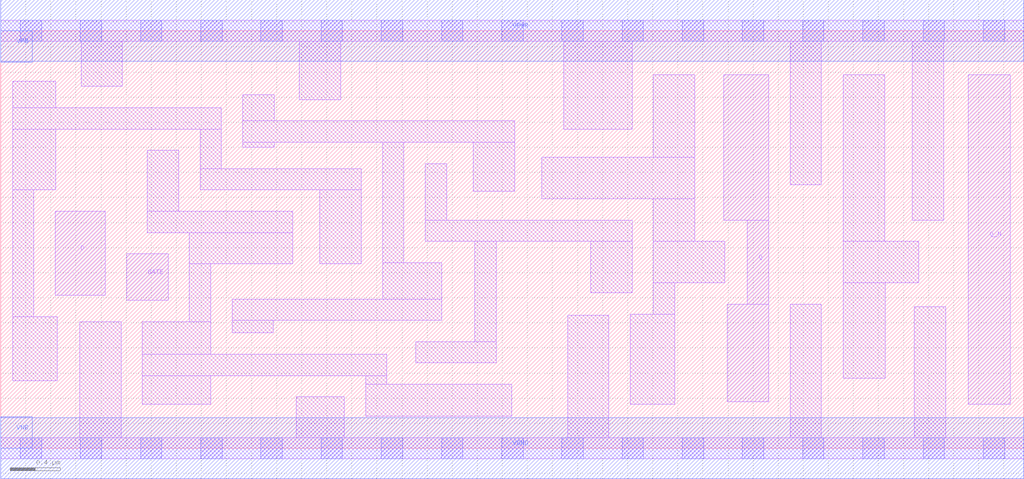
<source format=lef>
# Copyright 2020 The SkyWater PDK Authors
#
# Licensed under the Apache License, Version 2.0 (the "License");
# you may not use this file except in compliance with the License.
# You may obtain a copy of the License at
#
#     https://www.apache.org/licenses/LICENSE-2.0
#
# Unless required by applicable law or agreed to in writing, software
# distributed under the License is distributed on an "AS IS" BASIS,
# WITHOUT WARRANTIES OR CONDITIONS OF ANY KIND, either express or implied.
# See the License for the specific language governing permissions and
# limitations under the License.
#
# SPDX-License-Identifier: Apache-2.0

VERSION 5.5 ;
NAMESCASESENSITIVE ON ;
BUSBITCHARS "[]" ;
DIVIDERCHAR "/" ;
MACRO sky130_fd_sc_hs__dlxbp_1
  CLASS CORE ;
  SOURCE USER ;
  ORIGIN  0.000000  0.000000 ;
  SIZE  8.160000 BY  3.330000 ;
  SYMMETRY X Y ;
  SITE unit ;
  PIN D
    ANTENNAGATEAREA  0.208000 ;
    DIRECTION INPUT ;
    USE SIGNAL ;
    PORT
      LAYER li1 ;
        RECT 0.435000 1.220000 0.835000 1.890000 ;
    END
  END D
  PIN Q
    ANTENNADIFFAREA  0.537600 ;
    DIRECTION OUTPUT ;
    USE SIGNAL ;
    PORT
      LAYER li1 ;
        RECT 5.765000 1.820000 6.125000 2.980000 ;
        RECT 5.795000 0.370000 6.125000 1.150000 ;
        RECT 5.955000 1.150000 6.125000 1.820000 ;
    END
  END Q
  PIN Q_N
    ANTENNADIFFAREA  0.535700 ;
    DIRECTION OUTPUT ;
    USE SIGNAL ;
    PORT
      LAYER li1 ;
        RECT 7.715000 0.350000 8.050000 2.980000 ;
    END
  END Q_N
  PIN GATE
    ANTENNAGATEAREA  0.237000 ;
    DIRECTION INPUT ;
    USE CLOCK ;
    PORT
      LAYER li1 ;
        RECT 1.005000 1.180000 1.335000 1.550000 ;
    END
  END GATE
  PIN VGND
    DIRECTION INOUT ;
    USE GROUND ;
    PORT
      LAYER met1 ;
        RECT 0.000000 -0.245000 8.160000 0.245000 ;
    END
  END VGND
  PIN VNB
    DIRECTION INOUT ;
    USE GROUND ;
    PORT
    END
  END VNB
  PIN VPB
    DIRECTION INOUT ;
    USE POWER ;
    PORT
    END
  END VPB
  PIN VNB
    DIRECTION INOUT ;
    USE GROUND ;
    PORT
      LAYER met1 ;
        RECT 0.000000 0.000000 0.250000 0.250000 ;
    END
  END VNB
  PIN VPB
    DIRECTION INOUT ;
    USE POWER ;
    PORT
      LAYER met1 ;
        RECT 0.000000 3.080000 0.250000 3.330000 ;
    END
  END VPB
  PIN VPWR
    DIRECTION INOUT ;
    USE POWER ;
    PORT
      LAYER met1 ;
        RECT 0.000000 3.085000 8.160000 3.575000 ;
    END
  END VPWR
  OBS
    LAYER li1 ;
      RECT 0.000000 -0.085000 8.160000 0.085000 ;
      RECT 0.000000  3.245000 8.160000 3.415000 ;
      RECT 0.095000  0.540000 0.450000 1.050000 ;
      RECT 0.095000  1.050000 0.265000 2.060000 ;
      RECT 0.095000  2.060000 0.440000 2.545000 ;
      RECT 0.095000  2.545000 1.760000 2.715000 ;
      RECT 0.095000  2.715000 0.440000 2.925000 ;
      RECT 0.630000  0.085000 0.960000 1.010000 ;
      RECT 0.640000  2.885000 0.970000 3.245000 ;
      RECT 1.130000  0.350000 1.675000 0.580000 ;
      RECT 1.130000  0.580000 3.080000 0.750000 ;
      RECT 1.130000  0.750000 1.675000 1.010000 ;
      RECT 1.170000  1.720000 2.330000 1.890000 ;
      RECT 1.170000  1.890000 1.420000 2.375000 ;
      RECT 1.505000  1.010000 1.675000 1.470000 ;
      RECT 1.505000  1.470000 2.330000 1.720000 ;
      RECT 1.590000  2.060000 2.875000 2.230000 ;
      RECT 1.590000  2.230000 1.760000 2.545000 ;
      RECT 1.845000  0.920000 2.175000 1.020000 ;
      RECT 1.845000  1.020000 3.515000 1.190000 ;
      RECT 1.930000  2.400000 2.180000 2.440000 ;
      RECT 1.930000  2.440000 4.100000 2.610000 ;
      RECT 1.930000  2.610000 2.180000 2.820000 ;
      RECT 2.355000  0.085000 2.740000 0.410000 ;
      RECT 2.380000  2.780000 2.710000 3.245000 ;
      RECT 2.545000  1.470000 2.875000 2.060000 ;
      RECT 2.910000  0.255000 4.075000 0.510000 ;
      RECT 2.910000  0.510000 3.080000 0.580000 ;
      RECT 3.045000  1.190000 3.515000 1.480000 ;
      RECT 3.045000  1.480000 3.215000 2.440000 ;
      RECT 3.310000  0.680000 3.950000 0.850000 ;
      RECT 3.385000  1.650000 5.035000 1.820000 ;
      RECT 3.385000  1.820000 3.555000 2.270000 ;
      RECT 3.770000  2.050000 4.100000 2.440000 ;
      RECT 3.780000  0.850000 3.950000 1.650000 ;
      RECT 4.315000  1.990000 5.535000 2.320000 ;
      RECT 4.490000  2.545000 5.035000 3.245000 ;
      RECT 4.520000  0.085000 4.850000 1.060000 ;
      RECT 4.705000  1.240000 5.035000 1.650000 ;
      RECT 5.020000  0.350000 5.375000 1.070000 ;
      RECT 5.205000  1.070000 5.375000 1.320000 ;
      RECT 5.205000  1.320000 5.775000 1.650000 ;
      RECT 5.205000  1.650000 5.535000 1.990000 ;
      RECT 5.205000  2.320000 5.535000 2.980000 ;
      RECT 6.295000  0.085000 6.545000 1.150000 ;
      RECT 6.295000  2.100000 6.545000 3.245000 ;
      RECT 6.720000  0.560000 7.055000 1.320000 ;
      RECT 6.720000  1.320000 7.320000 1.650000 ;
      RECT 6.720000  1.650000 7.050000 2.980000 ;
      RECT 7.270000  1.820000 7.520000 3.245000 ;
      RECT 7.285000  0.085000 7.535000 1.130000 ;
    LAYER mcon ;
      RECT 0.155000 -0.085000 0.325000 0.085000 ;
      RECT 0.155000  3.245000 0.325000 3.415000 ;
      RECT 0.635000 -0.085000 0.805000 0.085000 ;
      RECT 0.635000  3.245000 0.805000 3.415000 ;
      RECT 1.115000 -0.085000 1.285000 0.085000 ;
      RECT 1.115000  3.245000 1.285000 3.415000 ;
      RECT 1.595000 -0.085000 1.765000 0.085000 ;
      RECT 1.595000  3.245000 1.765000 3.415000 ;
      RECT 2.075000 -0.085000 2.245000 0.085000 ;
      RECT 2.075000  3.245000 2.245000 3.415000 ;
      RECT 2.555000 -0.085000 2.725000 0.085000 ;
      RECT 2.555000  3.245000 2.725000 3.415000 ;
      RECT 3.035000 -0.085000 3.205000 0.085000 ;
      RECT 3.035000  3.245000 3.205000 3.415000 ;
      RECT 3.515000 -0.085000 3.685000 0.085000 ;
      RECT 3.515000  3.245000 3.685000 3.415000 ;
      RECT 3.995000 -0.085000 4.165000 0.085000 ;
      RECT 3.995000  3.245000 4.165000 3.415000 ;
      RECT 4.475000 -0.085000 4.645000 0.085000 ;
      RECT 4.475000  3.245000 4.645000 3.415000 ;
      RECT 4.955000 -0.085000 5.125000 0.085000 ;
      RECT 4.955000  3.245000 5.125000 3.415000 ;
      RECT 5.435000 -0.085000 5.605000 0.085000 ;
      RECT 5.435000  3.245000 5.605000 3.415000 ;
      RECT 5.915000 -0.085000 6.085000 0.085000 ;
      RECT 5.915000  3.245000 6.085000 3.415000 ;
      RECT 6.395000 -0.085000 6.565000 0.085000 ;
      RECT 6.395000  3.245000 6.565000 3.415000 ;
      RECT 6.875000 -0.085000 7.045000 0.085000 ;
      RECT 6.875000  3.245000 7.045000 3.415000 ;
      RECT 7.355000 -0.085000 7.525000 0.085000 ;
      RECT 7.355000  3.245000 7.525000 3.415000 ;
      RECT 7.835000 -0.085000 8.005000 0.085000 ;
      RECT 7.835000  3.245000 8.005000 3.415000 ;
  END
END sky130_fd_sc_hs__dlxbp_1
END LIBRARY

</source>
